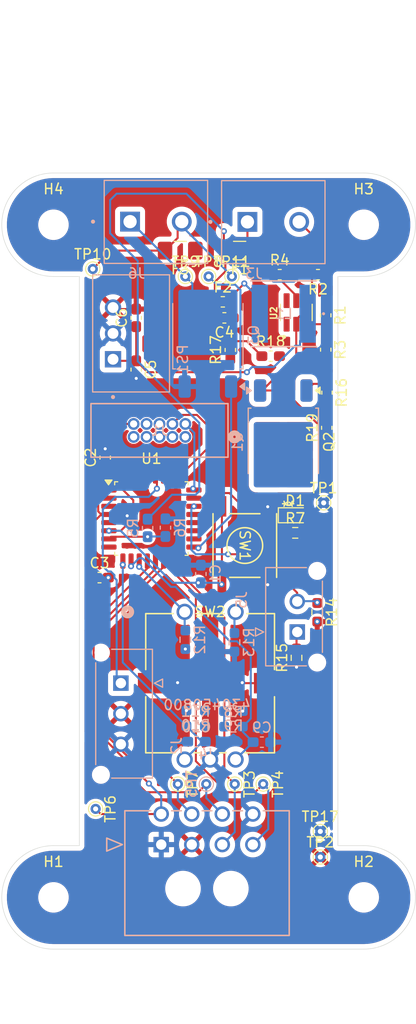
<source format=kicad_pcb>
(kicad_pcb (version 20241229) (generator "pcbnew") (generator_version "9.0")
  (layers (0 "F.Cu" signal) (2 "B.Cu" signal) (13 "F.Paste" user) (15 "B.Paste" user) (5 "F.SilkS" user "F.Silkscreen") (7 "B.SilkS" user "B.Silkscreen") (1 "F.Mask" user) (3 "B.Mask" user) (25 "Edge.Cuts" user))
  (net 0 "")
  (net 1 "GND")
  (net 2 "Net-(PS1-+VIN)")
  (net 3 "+3V3")
  (net 4 "/MCU/RESET")
  (net 5 "/IO/EncoderB")
  (net 6 "/IO/EncoderA")
  (net 7 "Net-(D1-A)")
  (net 8 "+12V")
  (net 9 "Net-(C4-Pad1)")
  (net 10 "/PowerProtection/PowerIn")
  (net 11 "/Display/SCLK")
  (net 12 "/Display/SDI")
  (net 13 "/Display/{slash}CS")
  (net 14 "/Display/{slash}RESET")
  (net 15 "/Display/SDO")
  (net 16 "Net-(J6-Pin_2)")
  (net 17 "/MCU/SWDIO")
  (net 18 "/MCU/SWCLK")
  (net 21 "/IO/Trigger")
  (net 22 "Net-(J5-Pin_1)")
  (net 24 "/LeakSensor/LeakSensor1")
  (net 25 "/MCU/PumpControl")
  (net 26 "/IO/LED1")
  (net 28 "Net-(R13-Pad2)")
  (net 29 "/IO/EncoderButton")
  (net 30 "Net-(R16-Pad2)")
  (net 31 "/PowerProtection/GndIn")
  (net 32 "Net-(J6-Pin_1)")
  (net 33 "Net-(Q1-S)")
  (net 34 "Net-(Q1-G)")
  (net 35 "Net-(Q2-G)")
  (net 36 "Net-(U2-INA+)")
  (net 37 "Net-(U2-INB-)")
  (net 38 "/MCU/BatteryVoltage")
  (net 39 "Net-(R8-Pad2)")
  (net 40 "Net-(R10-Pad2)")
  (net 55 "Net-(Q1-D)")
  (net 56 "Net-(J7-Pin_2)")
  (footprint "Capacitor_SMD:C_0603_1608Metric_Pad1.08x0.95mm_HandSolder" (layer "F.Cu") (at 180.34 48.26 90)
    (property "Reference" "C2")
    (property "Value" "100nF")
  )
  (footprint "LED_SMD:LED_0603_1608Metric_Pad1.05x0.95mm_HandSolder" (layer "F.Cu") (at 199.009 53.9242)
    (property "Reference" "D1")
    (property "Value" "BLUE LED")
  )
  (footprint "WaterBlaster:PTS645SL43SMTR92LFS_CNK" (layer "F.Cu") (at 194.056 56.896 -90)
    (property "Reference" "SW1")
    (property "Value" "SW_Push")
  )
  (footprint "Capacitor_SMD:C_0603_1608Metric_Pad1.08x0.95mm_HandSolder" (layer "F.Cu") (at 192.0494 34.544 180)
    (property "Reference" "C4")
    (property "Value" "10uF")
  )
  (footprint "MountingHole:MountingHole_2.5mm" (layer "F.Cu") (at 175.26 91.44)
    (property "Reference" "H1")
    (property "Value" "MountingHole")
  )
  (footprint "Capacitor_SMD:C_0603_1608Metric_Pad1.08x0.95mm_HandSolder" (layer "F.Cu") (at 183.388 39.624 -90)
    (property "Reference" "C5")
    (property "Value" "10uF")
  )
  (footprint "Capacitor_SMD:C_0603_1608Metric_Pad1.08x0.95mm_HandSolder" (layer "F.Cu") (at 179.7812 60.0456)
    (property "Reference" "C3")
    (property "Value" "4.7uF")
  )
  (footprint "TestPoint:TestPoint_THTPad_D1.0mm_Drill0.5mm" (layer "F.Cu") (at 201.4728 87.4776)
    (property "Reference" "TP2")
    (property "Value" "3V3")
  )
  (footprint "TestPoint:TestPoint_THTPad_D1.0mm_Drill0.5mm" (layer "F.Cu") (at 188.214 30.48)
    (property "Reference" "TP9")
    (property "Value" "PumpGND")
  )
  (footprint "MountingHole:MountingHole_2.5mm" (layer "F.Cu") (at 205.74 25.4)
    (property "Reference" "H3")
    (property "Value" "MountingHole")
  )
  (footprint "MountingHole:MountingHole_2.5mm" (layer "F.Cu") (at 205.74 91.44)
    (property "Reference" "H2")
    (property "Value" "MountingHole")
  )
  (footprint "Resistor_SMD:R_0603_1608Metric_Pad0.98x0.95mm_HandSolder" (layer "F.Cu") (at 199.009 55.6514)
    (property "Reference" "R7")
    (property "Value" "1k")
  )
  (footprint "Capacitor_SMD:C_0603_1608Metric_Pad1.08x0.95mm_HandSolder" (layer "F.Cu") (at 202.1078 45.339 90)
    (property "Reference" "R19")
    (property "Value" "10K")
  )
  (footprint "Package_QFP:LQFP-32_7x7mm_P0.8mm" (layer "F.Cu") (at 184.88 54.245)
    (property "Reference" "U1")
    (property "Value" "STM32G070KBT6")
  )
  (footprint "TestPoint:TestPoint_THTPad_D1.0mm_Drill0.5mm" (layer "F.Cu") (at 195.8594 80.3148 -90)
    (property "Reference" "TP4")
    (property "Value" "~{CS}")
  )
  (footprint "TestPoint:TestPoint_THTPad_D1.0mm_Drill0.5mm" (layer "F.Cu") (at 192.786 30.48)
    (property "Reference" "TP11")
    (property "Value" "PumpPWR")
  )
  (footprint "WaterBlaster:SOT95P280X110-6N" (layer "F.Cu") (at 199.1106 34.0106 90)
    (property "Reference" "U2")
    (property "Value" "TPS3700DDCR2")
  )
  (footprint "TestPoint:TestPoint_THTPad_D1.0mm_Drill0.5mm" (layer "F.Cu") (at 179.1208 29.7434)
    (property "Reference" "TP10")
    (property "Value" "PumpPWR")
  )
  (footprint "TestPoint:TestPoint_THTPad_D1.0mm_Drill0.5mm" (layer "F.Cu") (at 201.803 52.705)
    (property "Reference" "TP1")
    (property "Value" "GND")
  )
  (footprint "Capacitor_SMD:C_0603_1608Metric_Pad1.08x0.95mm_HandSolder" (layer "F.Cu") (at 202.0062 37.6682 -90)
    (property "Reference" "R3")
    (property "Value" "2.7K")
  )
  (footprint "TestPoint:TestPoint_THTPad_D1.0mm_Drill0.5mm" (layer "F.Cu") (at 193.0654 80.3148 -90)
    (property "Reference" "TP3")
    (property "Value" "~{RESET}")
  )
  (footprint "MountingHole:MountingHole_2.5mm" (layer "F.Cu") (at 175.26 25.4)
    (property "Reference" "H4")
    (property "Value" "MountingHole")
  )
  (footprint "Package_TO_SOT_SMD:TO-252-2" (layer "F.Cu") (at 197.8443 46.7124 -90)
    (property "Reference" "Q2")
    (property "Value" "353-MCU60N02-TPCT-ND")
  )
  (footprint "Fuse:Fuse_0603_1608Metric" (layer "F.Cu") (at 191.897 32.9692)
    (property "Reference" "F2")
    (property "Value" "Fuse")
  )
  (footprint "Capacitor_SMD:C_0603_1608Metric_Pad1.08x0.95mm_HandSolder" (layer "F.Cu") (at 202.0062 34.29 -90)
    (property "Reference" "R1")
    (property "Value" "62K")
  )
  (footprint "Resistor_SMD:R_0603_1608Metric_Pad0.98x0.95mm_HandSolder" (layer "F.Cu") (at 201.168 63.453 -90)
    (property "Reference" "R14")
    (property "Value" "10k")
  )
  (footprint "Capacitor_SMD:C_0603_1608Metric_Pad1.08x0.95mm_HandSolder" (layer "F.Cu") (at 197.485 30.3022)
    (property "Reference" "R4")
    (property "Value" "2.2K")
  )
  (footprint "Capacitor_SMD:C_0603_1608Metric_Pad1.08x0.95mm_HandSolder" (layer "F.Cu") (at 183.388 34.544 90)
    (property "Reference" "C6")
    (property "Value" "1nf")
  )
  (footprint "TestPoint:TestPoint_THTPad_D1.0mm_Drill0.5mm" (layer "F.Cu") (at 190.5 30.48)
    (property "Reference" "TP8")
    (property "Value" "PumpControl")
  )
  (footprint "WaterBlaster:SW_PEC11R-4XXXK-SXXXX_BRN" (layer "F.Cu") (at 188.1472 63.408351)
    (property "Reference" "SW2")
    (property "Value" "PEC11R-4020F-S0024")
  )
  (footprint "Resistor_SMD:R_0603_1608Metric_Pad0.98x0.95mm_HandSolder" (layer "F.Cu") (at 199.136 67.9215 90)
    (property "Reference" "R15")
    (property "Value" "1k")
  )
  (footprint "TestPoint:TestPoint_THTPad_D1.0mm_Drill0.5mm" (layer "F.Cu") (at 201.4728 84.963)
    (property "Reference" "TP17")
    (property "Value" "GND")
  )
  (footprint "TestPoint:TestPoint_THTPad_D1.0mm_Drill0.5mm" (layer "F.Cu") (at 187.4774 80.3148 -90)
    (property "Reference" "TP7")
    (property "Value" "MISO")
  )
  (footprint "Capacitor_SMD:C_0603_1608Metric_Pad1.08x0.95mm_HandSolder" (layer "F.Cu") (at 202.1332 41.8846 -90)
    (property "Reference" "R16")
    (property "Value" "10K")
  )
  (footprint "Fuse:Fuse_1206_3216Metric" (layer "F.Cu") (at 193.548 27.94 180)
    (property "Reference" "F1")
    (property "Value" "10A")
  )
  (footprint "Capacitor_SMD:C_0603_1608Metric_Pad1.08x0.95mm_HandSolder" (layer "F.Cu") (at 192.6336 37.6936 90)
    (property "Reference" "R17")
    (property "Value" "10K")
  )
  (footprint "Capacitor_SMD:C_0603_1608Metric_Pad1.08x0.95mm_HandSolder" (layer "F.Cu") (at 201.2442 30.3022 180)
    (property "Reference" "R2")
    (property "Value" "92K")
  )
  (footprint "Fuse:Fuse_1206_3216Metric_Pad1.42x1.75mm_HandSolder" (layer "F.Cu") (at 187.706 27.94 180)
    (property "Reference" "F3")
    (property "Value" "6A")
  )
  (footprint "TestPoint:TestPoint_THTPad_D1.0mm_Drill0.5mm" (layer "F.Cu") (at 179.4002 82.7532 -90)
    (property "Reference" "TP6")
    (property "Value" "MOSI")
  )
  (footprint "Capacitor_SMD:C_0603_1608Metric_Pad1.08x0.95mm_HandSolder" (layer "F.Cu") (at 196.596 38.3032)
    (property "Reference" "R18")
    (property "Value" "10K")
  )
  (footprint "Resistor_SMD:R_0603_1608Metric_Pad0.98x0.95mm_HandSolder" (layer "B.Cu") (at 188.214 66.1435 90)
    (property "Reference" "R12")
    (property "Value" "10k")
  )
  (footprint "Resistor_SMD:R_0603_1608Metric_Pad0.98x0.95mm_HandSolder" (layer "B.Cu") (at 189.23 74.6252 180)
    (property "Reference" "R11")
    (property "Value" "10K")
  )
  (footprint "WaterBlaster:IND_TAIYO_NR6028_TAY" (layer "B.Cu") (at 197.8787 34.1376 180)
    (property "Reference" "L1")
    (property "Value" "NR6028T101M")
  )
  (footprint "Capacitor_SMD:C_0603_1608Metric_Pad1.08x0.95mm_HandSolder" (layer "B.Cu") (at 189.738 59.69 90)
    (property "Reference" "C1")
    (property "Value" ".1UF")
  )
  (footprint "Resistor_SMD:R_0603_1608Metric_Pad0.98x0.95mm_HandSolder" (layer "B.Cu") (at 193.04 66.3975 90)
    (property "Reference" "R13")
    (property "Value" "1k")
  )
  (footprint "Capacitor_SMD:C_0603_1608Metric_Pad1.08x0.95mm_HandSolder" (layer "B.Cu") (at 186.2582 55.1434 90)
    (property "Reference" "R6")
    (property "Value" "10k")
  )
  (footprint "WaterBlaster:CONV_R-78K3.3-0.5" (layer "B.Cu") (at 182.883 36.068 90)
    (property "Reference" "PS1")
    (property "Value" "R-78K3.3-0.5")
  )
  (footprint "WaterBlaster:CONN_3220-10-0100-00_CNC" (layer "B.Cu") (at 188.214 46.228 180)
    (property "Reference" "J1")
    (property "Value" "JTAG_Header")
  )
  (footprint "WaterBlaster:CON_430450800_MOL" (layer "B.Cu") (at 185.844404 86.256401 180)
    (property "Reference" "J4")
    (property "Value" "430450800")
  )
  (footprint "Capacitor_SMD:C_0603_1608Metric_Pad1.08x0.95mm_HandSolder" (layer "B.Cu") (at 189.3062 76.1492 180)
    (property "Reference" "C10")
    (property "Value" ".01uF")
  )
  (footprint "WaterBlaster:PHOENIX_1985865" (layer "B.Cu") (at 191.7745 21.071)
    (property "Reference" "J3")
    (property "Value" "Conn_01x03")
  )
  (footprint "WaterBlaster:MOLEX_436500317" (layer "B.Cu") (at 181.8792 70.406 90)
    (property "Reference" "J2")
    (property "Value" "Conn_01x03")
  )
  (footprint "Package_TO_SOT_SMD:TO-252-2" (layer "B.Cu") (at 190.4275 36.244 90)
    (property "Reference" "Q3")
    (property "Value" "353-MCU60N02-TPCT-ND")
  )
  (footprint "WaterBlaster:PHOENIX_1985865" (layer "B.Cu") (at 180.2429 21.0456)
    (property "Reference" "J6")
    (property "Value" "Conn_01x02")
  )
  (footprint "WaterBlaster:MOLEX_436500227" (layer "B.Cu") (at 199.208 65.3852 -90)
    (property "Reference" "J5")
    (property "Value" "Conn_01x02")
  )
  (footprint "Resistor_SMD:R_0603_1608Metric_Pad0.98x0.95mm_HandSolder" (layer "B.Cu") (at 192.9395 73.152)
    (property "Reference" "R9")
    (property "Value" "10K")
  )
  (footprint "Capacitor_SMD:C_0603_1608Metric_Pad1.08x0.95mm_HandSolder" (layer "B.Cu") (at 195.7335 76.2 180)
    (property "Reference" "C9")
    (property "Value" ".01uF")
  )
  (footprint "Capacitor_SMD:C_0603_1608Metric_Pad1.08x0.95mm_HandSolder" (layer "B.Cu") (at 184.5056 55.1688 -90)
    (property "Reference" "R5")
    (property "Value" "40k")
  )
  (footprint "Resistor_SMD:R_0603_1608Metric_Pad0.98x0.95mm_HandSolder" (layer "B.Cu") (at 192.9395 74.676 180)
    (property "Reference" "R8")
    (property "Value" "10K")
  )
  (footprint "Package_TO_SOT_SMD:TO-252-2" (layer "B.Cu") (at 197.8346 46.7214 -90)
    (property "Reference" "Q1")
    (property "Value" "353-MCU60N02-TPCT-ND")
  )
  (footprint "Resistor_SMD:R_0603_1608Metric_Pad0.98x0.95mm_HandSolder" (layer "B.Cu") (at 189.23 73.1012)
    (property "Reference" "R10")
    (property "Value" "10K")
  )
  (footprint "TestPoint:TestPoint_THTPad_D1.0mm_Drill0.5mm" (layer "B.Cu") (at 190.2714 80.3148 -90)
    (property "Reference" "TP5")
    (property "Value" "SCK")
  )
  (gr_line (start 205.74 30.48) (end 203.2 30.48) (stroke (width 0.05)) (layer "Edge.Cuts"))
  (gr_line (start 177.8 86.36) (end 177.8 30.48) (stroke (width 0.05)) (layer "Edge.Cuts"))
  (gr_line (start 203.2 68.58) (end 203.2 86.36) (stroke (width 0.05)) (layer "Edge.Cuts"))
  (gr_line (start 203.2 30.48) (end 203.2 68.58) (stroke (width 0.05)) (layer "Edge.Cuts"))
  (gr_line (start 203.2 86.36) (end 205.74 86.36) (stroke (width 0.05)) (layer "Edge.Cuts"))
  (gr_line (start 205.74 20.32) (end 175.26 20.32) (stroke (width 0.05)) (layer "Edge.Cuts"))
  (gr_arc (start 175.26 96.52) (mid 170.18 91.44) (end 175.26 86.36) (stroke (width 0.05)) (layer "Edge.Cuts"))
  (gr_line (start 177.8 30.48) (end 175.26 30.48) (stroke (width 0.05)) (layer "Edge.Cuts"))
  (gr_arc (start 205.74 86.36) (mid 210.82 91.44) (end 205.74 96.52) (stroke (width 0.05)) (layer "Edge.Cuts"))
  (gr_arc (start 175.26 30.48) (mid 170.18 25.4) (end 175.26 20.32) (stroke (width 0.05)) (layer "Edge.Cuts"))
  (gr_line (start 175.26 86.36) (end 177.8 86.36) (stroke (width 0.05)) (layer "Edge.Cuts"))
  (gr_arc (start 205.74 20.32) (mid 210.82 25.4) (end 205.74 30.48) (stroke (width 0.05)) (layer "Edge.Cuts"))
  (gr_line (start 175.26 96.52) (end 205.74 96.52) (stroke (width 0.05)) (layer "Edge.Cuts"))
  (segment (start 198.134 53.9242) (end 197.144201 53.9242) (width 0.2) (layer "F.Cu") (net 1))
  (segment (start 199.136 68.834) (end 197.921551 68.834) (width 0.2) (layer "F.Cu") (net 1))
  (segment (start 181.829 54.645) (end 182.499 53.975) (width 0.2) (layer "F.Cu") (net 1))
  (segment (start 180.705 54.645) (end 181.829 54.645) (width 0.2) (layer "F.Cu") (net 1))
  (segment (start 197.144201 53.9242) (end 196.306001 53.086) (width 0.2) (layer "F.Cu") (net 1))
  (segment (start 197.921551 68.834) (end 196.347201 70.40835) (width 0.2) (layer "F.Cu") (net 1))
  (segment (start 182.499 53.975) (end 182.626 53.848) (width 0.2) (layer "F.Cu") (net 1))
  (segment (start 196.347201 70.40835) (end 193.85235 70.40835) (width 0.2) (layer "F.Cu") (net 1))
  (segment (start 193.85235 70.40835) (end 193.802 70.358) (width 0.2) (layer "F.Cu") (net 1))
  (segment (start 187.40165 70.40835) (end 184.947199 70.40835) (width 0.2) (layer "F.Cu") (net 1))
  (segment (start 187.452 70.358) (end 187.40165 70.40835) (width 0.2) (layer "F.Cu") (net 1))
  (segment (start 196.306001 53.0479) (end 196.306001 53.086) (width 0.2) (layer "F.Cu") (net 1))
  (via (at 196.306001 60.7441) (size 0.6) (drill 0.3) (layers "F.Cu" "B.Cu") (net 1))
  (via (at 196.306001 53.086) (size 0.6) (drill 0.3) (layers "F.Cu" "B.Cu") (net 1))
  (via (at 187.452 70.358) (size 0.6) (drill 0.3) (layers "F.Cu" "B.Cu") (net 1))
  (via (at 180.34 47.3975) (size 0.6) (drill 0.3) (layers "F.Cu" "B.Cu") (net 1))
  (via (at 199.136 68.834) (size 0.6) (drill 0.3) (layers "F.Cu" "B.Cu") (net 1))
  (via (at 183.388 40.4865) (size 0.6) (drill 0.3) (layers "F.Cu" "B.Cu") (net 1))
  (via (at 180.6437 60.0456) (size 0.6) (drill 0.3) (layers "F.Cu" "B.Cu") (net 1))
  (via (at 193.802 70.358) (size 0.6) (drill 0.3) (layers "F.Cu" "B.Cu") (net 1))
  (via (at 182.499 53.975) (size 0.6) (drill 0.3) (layers "F.Cu" "B.Cu") (net 1))
  (segment (start 183.388 38.7615) (end 181.2615 38.7615) (width 0.2) (layer "F.Cu") (net 2))
  (segment (start 183.388 38.7615) (end 183.388 35.4065) (width 0.2) (layer "F.Cu") (net 2))
  (segment (start 194.2592 39.878) (end 184.5045 39.878) (width 0.2) (layer "F.Cu") (net 2))
  (segment (start 184.5045 39.878) (end 183.388 38.7615) (width 0.2) (layer "F.Cu") (net 2))
  (segment (start 181.2615 38.7615) (end 181.108 38.608) (width 0.2) (layer "F.Cu") (net 2))
  (via (at 194.2592 39.878) (size 0.6) (drill 0.3) (layers "F.Cu" "B.Cu") (net 2))
  (segment (start 199.4783 36.802) (end 200.2155 36.0648) (width 0.2) (layer "B.Cu") (net 2))
  (segment (start 198.9937 37.2866) (end 199.419136 37.2866) (width 0.2) (layer "B.Cu") (net 2))
  (segment (start 200.2155 36.0648) (end 200.2155 33.02) (width 0.2) (layer "B.Cu") (net 2))
  (segment (start 194.7672 39.37) (end 196.9103 39.37) (width 0.2) (layer "B.Cu") (net 2))
  (segment (start 196.9103 39.37) (end 198.9937 37.2866) (width 0.2) (layer "B.Cu") (net 2))
  (segment (start 199.419136 37.2866) (end 199.4783 37.227436) (width 0.2) (layer "B.Cu") (net 2))
  (segment (start 194.2592 39.878) (end 194.7672 39.37) (width 0.2) (layer "B.Cu") (net 2))
  (segment (start 199.4783 37.227436) (end 199.4783 36.802) (width 0.2) (layer "B.Cu") (net 2))
  (segment (start 181.2615 33.6815) (end 181.108 33.528) (width 0.2) (layer "F.Cu") (net 3))
  (segment (start 179.955001 53.845) (end 180.705 53.845) (width 0.2) (layer "F.Cu") (net 3))
  (segment (start 179.654 53.543999) (end 179.955001 53.845) (width 0.2) (layer "F.Cu") (net 3))
  (segment (start 180.34 49.1225) (end 179.654 49.8085) (width 0.2) (layer "F.Cu") (net 3))
  (segment (start 178.9187 54.881301) (end 179.955001 53.845) (width 0.2) (layer "F.Cu") (net 3))
  (segment (start 183.388 33.6815) (end 181.2615 33.6815) (width 0.2) (layer "F.Cu") (net 3))
  (segment (start 178.9187 60.0456) (end 178.9187 54.881301) (width 0.2) (layer "F.Cu") (net 3))
  (segment (start 179.654 49.8085) (end 179.654 53.543999) (width 0.2) (layer "F.Cu") (net 3))
  (via (at 188.3175 73.1012) (size 0.6) (drill 0.3) (layers "F.Cu" "B.Cu") (net 3))
  (via (at 188.214 67.056) (size 0.6) (drill 0.3) (layers "F.Cu" "B.Cu") (net 3))
  (via (at 193.852 73.152) (size 0.6) (drill 0.3) (layers "F.Cu" "B.Cu") (net 3))
  (via (at 201.168 64.3655) (size 0.6) (drill 0.3) (layers "F.Cu" "B.Cu") (net 3))
  (segment (start 181.878943 55.445) (end 180.705 55.445) (width 0.2) (layer "F.Cu") (net 4))
  (segment (start 183.134 44.958) (end 182.118 44.958) (width 0.2) (layer "F.Cu") (net 4))
  (segment (start 181.356 45.72) (end 181.356 50.701918) (width 0.2) (layer "F.Cu") (net 4))
  (segment (start 182.118 44.958) (end 181.356 45.72) (width 0.2) (layer "F.Cu") (net 4))
  (segment (start 181.356 50.701918) (end 183.1 52.445918) (width 0.2) (layer "F.Cu") (net 4))
  (segment (start 191.805999 60.7441) (end 191.805999 53.0479) (width 0.2) (layer "F.Cu") (net 4))
  (segment (start 183.1 52.445918) (end 183.1 54.223943) (width 0.2) (layer "F.Cu") (net 4))
  (segment (start 183.1 54.223943) (end 181.878943 55.445) (width 0.2) (layer "F.Cu") (net 4))
  (via (at 180.705 55.445) (size 0.6) (drill 0.3) (layers "F.Cu" "B.Cu") (net 4))
  (via (at 191.77 60.706) (size 0.6) (drill 0.3) (layers "F.Cu" "B.Cu") (net 4))
  (via (at 189.484 60.5525) (size 0.6) (drill 0.3) (layers "F.Cu" "B.Cu") (net 4))
  (segment (start 189.738 60.5525) (end 191.6165 60.5525) (width 0.2) (layer "B.Cu") (net 4))
  (segment (start 181.8608 55.445) (end 186.9683 60.5525) (width 0.2) (layer "B.Cu") (net 4))
  (segment (start 191.6165 60.5525) (end 191.77 60.706) (width 0.2) (layer "B.Cu") (net 4))
  (segment (start 186.9683 60.5525) (end 189.484 60.5525) (width 0.2) (layer "B.Cu") (net 4))
  (segment (start 189.738 60.5525) (end 189.8915 60.706) (width 0.2) (layer "B.Cu") (net 4))
  (segment (start 189.484 60.5525) (end 189.738 60.5525) (width 0.2) (layer "B.Cu") (net 4))
  (segment (start 180.705 55.445) (end 181.8608 55.445) (width 0.2) (layer "B.Cu") (net 4))
  (via (at 182.88 58.928) (size 0.6) (drill 0.3) (layers "F.Cu" "B.Cu") (net 5))
  (segment (start 193.852 74.676) (end 194.6405 73.8875) (width 0.2) (layer "B.Cu") (net 5))
  (segment (start 192.593366 66.294) (end 187.252866 60.9535) (width 0.2) (layer "B.Cu") (net 5))
  (segment (start 194.85555 76.2) (end 193.1472 77.90835) (width 0.2) (layer "B.Cu") (net 5))
  (segment (start 183.6674 58.1406) (end 182.88 58.928) (width 0.2) (layer "B.Cu") (net 5))
  (segment (start 193.852 74.676) (end 193.852 75.181) (width 0.2) (layer "B.Cu") (net 5))
  (segment (start 194.6405 67.654866) (end 193.279634 66.294) (width 0.2) (layer "B.Cu") (net 5))
  (segment (start 183.9893 58.1406) (end 183.6674 58.1406) (width 0.2) (layer "B.Cu") (net 5))
  (segment (start 193.279634 66.294) (end 192.593366 66.294) (width 0.2) (layer "B.Cu") (net 5))
  (segment (start 193.852 75.181) (end 194.871 76.2) (width 0.2) (layer "B.Cu") (net 5))
  (segment (start 186.8022 60.9535) (end 183.9893 58.1406) (width 0.2) (layer "B.Cu") (net 5))
  (segment (start 194.871 76.2) (end 194.85555 76.2) (width 0.2) (layer "B.Cu") (net 5))
  (segment (start 194.6405 73.8875) (end 194.6405 67.654866) (width 0.2) (layer "B.Cu") (net 5))
  (segment (start 187.252866 60.9535) (end 186.8022 60.9535) (width 0.2) (layer "B.Cu") (net 5))
  (via (at 182.0672 58.7756) (size 0.6) (drill 0.3) (layers "F.Cu" "B.Cu") (net 6))
  (segment (start 188.3175 74.6252) (end 182.0672 68.3749) (width 0.2) (layer "B.Cu") (net 6))
  (segment (start 189.90635 76.1492) (end 188.1472 77.90835) (width 0.2) (layer "B.Cu") (net 6))
  (segment (start 190.1687 76.1492) (end 189.90635 76.1492) (width 0.2) (layer "B.Cu") (net 6))
  (segment (start 189.8415 76.1492) (end 188.3175 74.6252) (width 0.2) (layer "B.Cu") (net 6))
  (segment (start 190.1687 76.1492) (end 189.8415 76.1492) (width 0.2) (layer "B.Cu") (net 6))
  (segment (start 182.0672 68.3749) (end 182.0672 58.7756) (width 0.2) (layer "B.Cu") (net 6))
  (segment (start 199.884 55.6139) (end 199.9215 55.6514) (width 0.2) (layer "F.Cu") (net 7))
  (segment (start 199.884 53.9242) (end 199.884 55.6139) (width 0.2) (layer "F.Cu") (net 7))
  (segment (start 192.148 29.985214) (end 191.1095 31.023714) (width 0.2) (layer "F.Cu") (net 8))
  (segment (start 191.1095 31.023714) (end 191.1095 32.9692) (width 0.2) (layer "F.Cu") (net 8))
  (segment (start 191.9986 26.035) (end 191.9986 27.7906) (width 0.2) (layer "F.Cu") (net 8))
  (segment (start 191.9986 27.7906) (end 192.148 27.94) (width 0.2) (layer "F.Cu") (net 8))
  (segment (start 192.148 27.94) (end 192.148 29.985214) (width 0.2) (layer "F.Cu") (net 8))
  (via (at 191.9986 26.035) (size 0.6) (drill 0.3) (layers "F.Cu" "B.Cu") (net 8))
  (segment (start 180.8226 26.2382) (end 180.8226 22.987) (width 0.2) (layer "B.Cu") (net 8))
  (segment (start 181.4576 22.352) (end 188.3156 22.352) (width 0.2) (layer "B.Cu") (net 8))
  (segment (start 180.8226 22.987) (end 181.4576 22.352) (width 0.2) (layer "B.Cu") (net 8))
  (segment (start 188.3156 22.352) (end 191.9986 26.035) (width 0.2) (layer "B.Cu") (net 8))
  (segment (start 183.5385 38.8093) (end 183.5385 28.9541) (width 0.2) (layer "B.Cu") (net 8))
  (segment (start 189.5856 44.8564) (end 183.5385 38.8093) (width 0.2) (layer "B.Cu") (net 8))
  (segment (start 191.9986 26.035) (end 192.1256 26.162) (width 0.2) (layer "B.Cu") (net 8))
  (segment (start 189.5856 51.548343) (end 189.5856 44.8564) (width 0.2) (layer "B.Cu") (net 8))
  (segment (start 184.5056 54.3063) (end 186.9029 51.909) (width 0.2) (layer "B.Cu") (net 8))
  (segment (start 183.5385 28.9541) (end 180.8226 26.2382) (width 0.2) (layer "B.Cu") (net 8))
  (segment (start 189.224943 51.909) (end 189.5856 51.548343) (width 0.2) (layer "B.Cu") (net 8))
  (segment (start 186.9029 51.909) (end 189.224943 51.909) (width 0.2) (layer "B.Cu") (net 8))
  (segment (start 192.6845 32.9692) (end 192.6845 34.3166) (width 0.2) (layer "F.Cu") (net 9))
  (segment (start 192.6845 32.9692) (end 192.6845 32.4865) (width 0.2) (layer "F.Cu") (net 9))
  (segment (start 192.6845 32.4865) (end 194.0052 31.1658) (width 0.2) (layer "F.Cu") (net 9))
  (segment (start 192.6845 34.3166) (end 192.9119 34.544) (width 0.2) (layer "F.Cu") (net 9))
  (via (at 194.0052 31.1658) (size 0.6) (drill 0.3) (layers "F.Cu" "B.Cu") (net 9))
  (segment (start 195.5292 32.6898) (end 195.5292 34.1376) (width 0.2) (layer "B.Cu") (net 9))
  (segment (start 194.0052 31.1658) (end 195.5292 32.6898) (width 0.2) (layer "B.Cu") (net 9))
  (segment (start 197.509 29.876) (end 195.573 27.94) (width 0.2) (layer "F.Cu") (net 10))
  (segment (start 199.1106 32.370934) (end 197.509 30.769334) (width 0.2) (layer "F.Cu") (net 10))
  (segment (start 194.3145 27.3065) (end 194.948 27.94) (width 0.2) (layer "F.Cu") (net 10))
  (segment (start 195.573 27.94) (end 194.948 27.94) (width 0.2) (layer "F.Cu") (net 10))
  (segment (start 197.509 30.769334) (end 197.509 29.876) (width 0.2) (layer "F.Cu") (net 10))
  (segment (start 194.3145 25.121) (end 194.3145 27.3065) (width 0.2) (layer "F.Cu") (net 10))
  (segment (start 199.1106 32.8556) (end 199.1106 32.370934) (width 0.2) (layer "F.Cu") (net 10))
  (segment (start 178.401 65.2104) (end 184.48 59.1314) (width 0.2) (layer "F.Cu") (net 11))
  (segment (start 189.4704 81.1158) (end 184.351614 81.1158) (width 0.2) (layer "F.Cu") (net 11))
  (segment (start 184.351614 81.1158) (end 178.401 75.165186) (width 0.2) (layer "F.Cu") (net 11))
  (segment (start 184.48 59.1314) (end 184.48 58.42) (width 0.2) (layer "F.Cu") (net 11))
  (segment (start 190.2714 80.3148) (end 189.4704 81.1158) (width 0.2) (layer "F.Cu") (net 11))
  (segment (start 178.401 75.165186) (end 178.401 65.2104) (width 0.2) (layer "F.Cu") (net 11))
  (segment (start 191.844402 83.256402) (end 190.2714 81.6834) (width 0.2) (layer "B.Cu") (net 11))
  (segment (start 190.2714 81.6834) (end 190.2714 80.3148) (width 0.2) (layer "B.Cu") (net 11))
  (segment (start 184.6834 80.3148) (end 184.6326 80.264) (width 0.2) (layer "F.Cu") (net 12))
  (segment (start 178.802 65.647998) (end 185.28 59.169998) (width 0.2) (layer "F.Cu") (net 12))
  (segment (start 179.903402 83.256402) (end 179.4002 82.7532) (width 0.2) (layer "F.Cu") (net 12))
  (segment (start 185.28 59.169998) (end 185.28 58.42) (width 0.2) (layer "F.Cu") (net 12))
  (segment (start 178.802 74.4334) (end 178.802 65.647998) (width 0.2) (layer "F.Cu") (net 12))
  (segment (start 184.6326 80.264) (end 178.802 74.4334) (width 0.2) (layer "F.Cu") (net 12))
  (segment (start 185.844404 83.256402) (end 179.903402 83.256402) (width 0.2) (layer "F.Cu") (net 12))
  (via (at 184.6326 80.264) (size 0.6) (drill 0.3) (layers "F.Cu" "B.Cu") (net 12))
  (segment (start 185.844404 81.475804) (end 184.6834 80.3148) (width 0.2) (layer "B.Cu") (net 12))
  (segment (start 185.844404 83.256402) (end 185.844404 81.475804) (width 0.2) (layer "B.Cu") (net 12))
  (segment (start 195.8594 80.3148) (end 195.0584 81.1158) (width 0.2) (layer "F.Cu") (net 13))
  (segment (start 189.2483 61.733843) (end 186.88 59.365543) (width 0.2) (layer "F.Cu") (net 13))
  (segment (start 195.0584 81.1158) (end 192.297459 81.1158) (width 0.2) (layer "F.Cu") (net 13))
  (segment (start 189.2483 78.066641) (end 189.2483 61.733843) (width 0.2) (layer "F.Cu") (net 13))
  (segment (start 192.297459 81.1158) (end 189.2483 78.066641) (width 0.2) (layer "F.Cu") (net 13))
  (segment (start 186.88 59.365543) (end 186.88 58.42) (width 0.2) (layer "F.Cu") (net 13))
  (segment (start 195.8594 80.3148) (end 196.359399 80.814799) (width 0.2) (layer "B.Cu") (net 13))
  (segment (start 196.359399 80.814799) (end 196.359399 84.741403) (width 0.2) (layer "B.Cu") (net 13))
  (segment (start 196.359399 84.741403) (end 194.844401 86.256401) (width 0.2) (layer "B.Cu") (net 13))
  (segment (start 187.68 59.598443) (end 187.68 58.42) (width 0.2) (layer "F.Cu") (net 14))
  (segment (start 192.0461 63.964543) (end 187.68 59.598443) (width 0.2) (layer "F.Cu") (net 14))
  (segment (start 193.0654 80.3148) (end 192.0461 79.2955) (width 0.2) (layer "F.Cu") (net 14))
  (segment (start 192.0461 79.2955) (end 192.0461 63.964543) (width 0.2) (layer "F.Cu") (net 14))
  (segment (start 193.0654 80.3148) (end 193.0654 85.035403) (width 0.2) (layer "B.Cu") (net 14))
  (segment (start 193.0654 85.035403) (end 191.844402 86.256401) (width 0.2) (layer "B.Cu") (net 14))
  (segment (start 179.203 65.852918) (end 185.584918 59.471) (width 0.2) (layer "F.Cu") (net 15))
  (segment (start 185.584918 59.471) (end 185.831 59.224918) (width 0.2) (layer "F.Cu") (net 15))
  (segment (start 186.2328 79.0702) (end 184.0059 79.0702) (width 0.2) (layer "F.Cu") (net 15))
  (segment (start 186.08 58.975918) (end 186.08 58.42) (width 0.2) (layer "F.Cu") (net 15))
  (segment (start 185.831 59.224918) (end 186.08 58.975918) (width 0.2) (layer "F.Cu") (net 15))
  (segment (start 187.4774 80.3148) (end 186.2328 79.0702) (width 0.2) (layer "F.Cu") (net 15))
  (segment (start 179.203 74.2673) (end 179.203 65.852918) (width 0.2) (layer "F.Cu") (net 15))
  (segment (start 184.0059 79.0702) (end 179.203 74.2673) (width 0.2) (layer "F.Cu") (net 15))
  (segment (start 187.4774 80.3148) (end 187.4774 81.889399) (width 0.2) (layer "B.Cu") (net 15))
  (segment (start 187.4774 81.889399) (end 188.844403 83.256402) (width 0.2) (layer "B.Cu") (net 15))
  (segment (start 187.4565 26.702) (end 186.2185 27.94) (width 0.2) (layer "F.Cu") (net 16))
  (segment (start 180.9242 27.94) (end 179.1208 29.7434) (width 0.2) (layer "F.Cu") (net 16))
  (segment (start 186.2185 27.94) (end 180.9242 27.94) (width 0.2) (layer "F.Cu") (net 16))
  (segment (start 187.4565 25.121) (end 187.4565 26.702) (width 0.2) (layer "F.Cu") (net 16))
  (via (at 188.976 51.308) (size 0.6) (drill 0.3) (layers "F.Cu" "B.Cu") (net 17))
  (segment (start 189.0992 45.8432) (end 189.0992 51.1848) (width 0.2) (layer "B.Cu") (net 17))
  (segment (start 188.214 44.958) (end 189.0992 45.8432) (width 0.2) (layer "B.Cu") (net 17))
  (segment (start 189.0992 51.1848) (end 188.976 51.308) (width 0.2) (layer "B.Cu") (net 17))
  (segment (start 190.5 47.25) (end 190.5 45.212) (width 0.2) (layer "F.Cu") (net 18))
  (segment (start 190.5 45.212) (end 189.3608 44.0728) (width 0.2) (layer "F.Cu") (net 18))
  (segment (start 189.3608 44.0728) (end 187.8292 44.0728) (width 0.2) (layer "F.Cu") (net 18))
  (segment (start 187.68 50.07) (end 190.5 47.25) (width 0.2) (layer "F.Cu") (net 18))
  (segment (start 187.8292 44.0728) (end 186.944 44.958) (width 0.2) (layer "F.Cu") (net 18))
  (segment (start 199.197 61.529) (end 199.197 62.3575) (width 0.2) (layer "F.Cu") (net 21))
  (segment (start 195.419 57.751) (end 199.197 61.529) (width 0.2) (layer "F.Cu") (net 21))
  (segment (start 192.405999 57.751) (end 195.419 57.751) (width 0.2) (layer "F.Cu") (net 21))
  (via (at 201.168 62.484) (size 0.6) (drill 0.3) (layers "F.Cu" "B.Cu") (net 21))
  (via (at 192.405999 57.751) (size 0.6) (drill 0.3) (layers "F.Cu" "B.Cu") (net 21))
  (via (at 189.055 53.045) (size 0.6) (drill 0.3) (layers "F.Cu" "B.Cu") (net 21))
  (segment (start 199.197 62.3575) (end 201.0415 62.3575) (width 0.2) (layer "B.Cu") (net 21))
  (segment (start 188.805 53.295) (end 189.055 53.045) (width 0.2) (layer "B.Cu") (net 21))
  (segment (start 192.405999 57.751) (end 189.235057 57.751) (width 0.2) (layer "B.Cu") (net 21))
  (segment (start 201.0415 62.3575) (end 201.168 62.484) (width 0.2) (layer "B.Cu") (net 21))
  (segment (start 189.235057 57.751) (end 188.805 57.320943) (width 0.2) (layer "B.Cu") (net 21))
  (segment (start 188.805 57.320943) (end 188.805 53.295) (width 0.2) (layer "B.Cu") (net 21))
  (segment (start 199.136 65.4185) (end 199.197 65.3575) (width 0.2) (layer "F.Cu") (net 22))
  (segment (start 199.136 67.009) (end 199.136 65.4185) (width 0.2) (layer "F.Cu") (net 22))
  (segment (start 185.42 50.21) (end 185.28 50.07) (width 0.2) (layer "F.Cu") (net 24))
  (segment (start 185.42 51.308) (end 185.42 50.21) (width 0.2) (layer "F.Cu") (net 24))
  (via (at 185.42 51.308) (size 0.6) (drill 0.3) (layers "F.Cu" "B.Cu") (net 24))
  (segment (start 181.2447 60.0613) (end 181.2447 59.796657) (width 0.2) (layer "B.Cu") (net 24))
  (segment (start 181.4662 69.993) (end 181.4662 60.2828) (width 0.2) (layer "B.Cu") (net 24))
  (segment (start 180.104 58.9206) (end 180.104 53.3474) (width 0.2) (layer "B.Cu") (net 24))
  (segment (start 181.2447 59.796657) (end 180.892643 59.4446) (width 0.2) (layer "B.Cu") (net 24))
  (segment (start 184.6072 52.1208) (end 185.42 51.308) (width 0.2) (layer "B.Cu") (net 24))
  (segment (start 181.4662 60.2828) (end 181.2447 60.0613) (width 0.2) (layer "B.Cu") (net 24))
  (segment (start 181.3306 52.1208) (end 184.6072 52.1208) (width 0.2) (layer "B.Cu") (net 24))
  (segment (start 180.628 59.4446) (end 180.104 58.9206) (width 0.2) (layer "B.Cu") (net 24))
  (segment (start 180.892643 59.4446) (end 180.628 59.4446) (width 0.2) (layer "B.Cu") (net 24))
  (segment (start 181.8792 70.406) (end 181.4662 69.993) (width 0.2) (layer "B.Cu") (net 24))
  (segment (start 180.104 53.3474) (end 181.3306 52.1208) (width 0.2) (layer "B.Cu") (net 24))
  (via (at 189.484 57.15) (size 0.6) (drill 0.3) (layers "F.Cu" "B.Cu") (net 25))
  (segment (start 192.7075 41.284) (end 192.7075 53.9265) (width 0.2) (layer "B.Cu") (net 25))
  (segment (start 193.6285 40.363) (end 193.6285 31.79884) (width 0.2) (layer "B.Cu") (net 25))
  (segment (start 191.301 31.281) (end 190.5 30.48) (width 0.2) (layer "B.Cu") (net 25))
  (segment (start 192.7075 41.284) (end 193.6285 40.363) (width 0.2) (layer "B.Cu") (net 25))
  (segment (start 193.11066 31.281) (end 191.301 31.281) (width 0.2) (layer "B.Cu") (net 25))
  (segment (start 192.7075 53.9265) (end 189.484 57.15) (width 0.2) (layer "B.Cu") (net 25))
  (segment (start 193.6285 31.79884) (end 193.11066 31.281) (width 0.2) (layer "B.Cu") (net 25))
  (segment (start 190.246 52.570799) (end 191.073199 51.7436) (width 0.2) (layer "F.Cu") (net 26))
  (segment (start 189.055 55.445) (end 189.804999 55.445) (width 0.2) (layer "F.Cu") (net 26))
  (segment (start 192.538799 51.7436) (end 196.446599 55.6514) (width 0.2) (layer "F.Cu") (net 26))
  (segment (start 189.804999 55.445) (end 190.246 55.003999) (width 0.2) (layer "F.Cu") (net 26))
  (segment (start 196.446599 55.6514) (end 198.0965 55.6514) (width 0.2) (layer "F.Cu") (net 26))
  (segment (start 190.246 55.003999) (end 190.246 52.570799) (width 0.2) (layer "F.Cu") (net 26))
  (segment (start 191.073199 51.7436) (end 192.538799 51.7436) (width 0.2) (layer "F.Cu") (net 26))
  (segment (start 193.04 65.485) (end 193.04 63.515551) (width 0.2) (layer "B.Cu") (net 28))
  (segment (start 193.04 63.515551) (end 193.1472 63.408351) (width 0.2) (layer "B.Cu") (net 28))
  (segment (start 183.68 59.1184) (end 183.6928 59.1312) (width 0.2) (layer "F.Cu") (net 29))
  (segment (start 183.68 58.42) (end 183.68 58.9788) (width 0.2) (layer "F.Cu") (net 29))
  (segment (start 183.68 58.9788) (end 183.68 59.1184) (width 0.2) (layer "F.Cu") (net 29))
  (via (at 183.68 58.9788) (size 0.6) (drill 0.3) (layers "F.Cu" "B.Cu") (net 29))
  (segment (start 188.1472 65.1642) (end 188.1472 63.408351) (width 0.2) (layer "B.Cu") (net 29))
  (segment (start 188.214 65.231) (end 188.1472 65.1642) (width 0.2) (layer "B.Cu") (net 29))
  (segment (start 183.68 58.9788) (end 183.717649 58.9788) (width 0.2) (layer "B.Cu") (net 29))
  (segment (start 183.717649 58.9788) (end 188.1472 63.408351) (width 0.2) (layer "B.Cu") (net 29))
  (segment (start 194.2614 36.8311) (end 192.6336 36.8311) (width 0.2) (layer "F.Cu") (net 30))
  (segment (start 195.7335 38.3032) (end 194.2614 36.8311) (width 0.2) (layer "F.Cu") (net 30))
  (segment (start 202.1078 44.4765) (end 202.1078 42.7725) (width 0.2) (layer "F.Cu") (net 30))
  (segment (start 192.659 36.8565) (end 192.6336 36.8311) (width 0.2) (layer "F.Cu") (net 30))
  (segment (start 202.1078 42.7725) (end 202.1332 42.7471) (width 0.2) (layer "F.Cu") (net 30))
  (segment (start 199.3945 25.121) (end 200.6566 26.3831) (width 0.2) (layer "F.Cu") (net 31))
  (segment (start 199.1106 34.71108) (end 199.1106 35.1656) (width 0.2) (layer "F.Cu") (net 31))
  (segment (start 200.6566 33.92212) (end 200.43912 34.1396) (width 0.2) (layer "F.Cu") (net 31))
  (segment (start 199.68208 34.1396) (end 199.1106 34.71108) (width 0.2) (layer "F.Cu") (net 31))
  (segment (start 199.1106 38.3293) (end 195.9961 41.4438) (width 0.2) (layer "F.Cu") (net 31))
  (segment (start 199.1106 35.1656) (end 199.1106 38.3293) (width 0.2) (layer "F.Cu") (net 31))
  (segment (start 202.1078 46.2015) (end 202.1078 45.84974) (width 0.2) (layer "F.Cu") (net 31))
  (segment (start 202.1078 45.84974) (end 197.93046 41.6724) (width 0.2) (layer "F.Cu") (net 31))
  (segment (start 200.6566 26.3831) (end 200.6566 33.92212) (width 0.2) (layer "F.Cu") (net 31))
  (segment (start 197.93046 41.6724) (end 195.5643 41.6724) (width 0.2) (layer "F.Cu") (net 31))
  (segment (start 200.43912 34.1396) (end 199.68208 34.1396) (width 0.2) (layer "F.Cu") (net 31))
  (segment (start 188.214 30.48) (end 182.855 25.121) (width 0.2) (layer "B.Cu") (net 32))
  (segment (start 182.855 25.121) (end 182.3765 25.121) (width 0.2) (layer "B.Cu") (net 32))
  (segment (start 188.9025 33.309) (end 188.9025 31.1685) (width 0.2) (layer "B.Cu") (net 32))
  (segment (start 188.9025 31.1685) (end 188.214 30.48) (width 0.2) (layer "B.Cu") (net 32))
  (segment (start 200.7746 41.0221) (end 200.1243 41.6724) (width 0.2) (layer "F.Cu") (net 35))
  (segment (start 202.1332 41.0221) (end 200.7746 41.0221) (width 0.2) (layer "F.Cu") (net 35))
  (segment (start 200.0606 35.1656) (end 201.9931 35.1656) (width 0.2) (layer "F.Cu") (net 36))
  (segment (start 202.0062 36.8057) (end 202.0062 35.1525) (width 0.2) (layer "F.Cu") (net 36))
  (segment (start 201.9931 35.1656) (end 202.0062 35.1525) (width 0.2) (layer "F.Cu") (net 36))
  (segment (start 198.3475 30.3022) (end 200.2556 30.3022) (width 0.2) (layer "F.Cu") (net 37))
  (segment (start 184.5056 56.0313) (end 180.9187 56.0313) (width 0.2) (layer "F.Cu") (net 38))
  (segment (start 180.9187 56.0313) (end 180.705 56.245) (width 0.2) (layer "F.Cu") (net 38))
  (via (at 184.5056 56.0313) (size 0.6) (drill 0.3) (layers "F.Cu" "B.Cu") (net 38))
  (segment (start 184.531 56.0059) (end 184.5056 56.0313) (width 0.2) (layer "B.Cu") (net 38))
  (segment (start 186.2582 56.0059) (end 184.531 56.0059) (width 0.2) (layer "B.Cu") (net 38))
  (segment (start 192.027 73.152) (end 192.027 74.676) (width 0.2) (layer "B.Cu") (net 39))
  (segment (start 187.4565 25.121) (end 192.786 30.4505) (width 0.2) (layer "B.Cu") (net 56))
  (segment (start 192.786 30.4505) (end 192.786 30.48) (width 0.2) (layer "B.Cu") (net 56))
  (zone (net 3) (net_name "+3V3") (layer "F.Cu") (connect_pads (clearance 0.5)) (min_thickness 0.25) (fill yes (thermal_gap 0.5) (thermal_bridge_width 0.5) (island_removal_mode 1) (island_area_min 10))
    (polygon (pts (xy 170.18 20.32) (xy 210.5914 20.32) (xy 210.5914 96.52) (xy 170.18 96.52)))
  )
  (zone (net 1) (net_name "GND") (layer "B.Cu") (priority 1) (connect_pads (clearance 0.5)) (min_thickness 0.25) (fill yes (thermal_gap 0.5) (thermal_bridge_width 0.5))
    (polygon (pts (xy 170.18 20.32) (xy 210.82 20.32) (xy 210.82 96.52) (xy 170.18 96.52)))
  )
)
</source>
